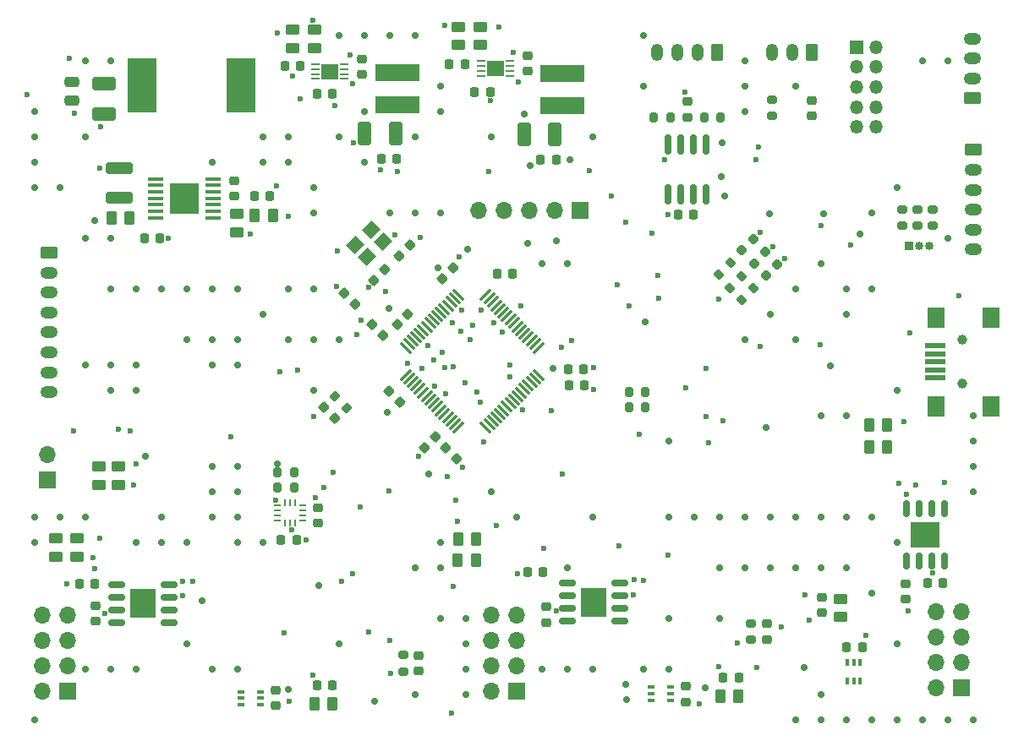
<source format=gts>
G04 #@! TF.GenerationSoftware,KiCad,Pcbnew,8.0.1*
G04 #@! TF.CreationDate,2024-05-07T00:12:20+05:00*
G04 #@! TF.ProjectId,MyVesc,4d795665-7363-42e6-9b69-6361645f7063,rev?*
G04 #@! TF.SameCoordinates,Original*
G04 #@! TF.FileFunction,Soldermask,Top*
G04 #@! TF.FilePolarity,Negative*
%FSLAX46Y46*%
G04 Gerber Fmt 4.6, Leading zero omitted, Abs format (unit mm)*
G04 Created by KiCad (PCBNEW 8.0.1) date 2024-05-07 00:12:20*
%MOMM*%
%LPD*%
G01*
G04 APERTURE LIST*
G04 Aperture macros list*
%AMRoundRect*
0 Rectangle with rounded corners*
0 $1 Rounding radius*
0 $2 $3 $4 $5 $6 $7 $8 $9 X,Y pos of 4 corners*
0 Add a 4 corners polygon primitive as box body*
4,1,4,$2,$3,$4,$5,$6,$7,$8,$9,$2,$3,0*
0 Add four circle primitives for the rounded corners*
1,1,$1+$1,$2,$3*
1,1,$1+$1,$4,$5*
1,1,$1+$1,$6,$7*
1,1,$1+$1,$8,$9*
0 Add four rect primitives between the rounded corners*
20,1,$1+$1,$2,$3,$4,$5,0*
20,1,$1+$1,$4,$5,$6,$7,0*
20,1,$1+$1,$6,$7,$8,$9,0*
20,1,$1+$1,$8,$9,$2,$3,0*%
%AMRotRect*
0 Rectangle, with rotation*
0 The origin of the aperture is its center*
0 $1 length*
0 $2 width*
0 $3 Rotation angle, in degrees counterclockwise*
0 Add horizontal line*
21,1,$1,$2,0,0,$3*%
G04 Aperture macros list end*
%ADD10RoundRect,0.200000X0.275000X-0.200000X0.275000X0.200000X-0.275000X0.200000X-0.275000X-0.200000X0*%
%ADD11RoundRect,0.200000X-0.053033X0.335876X-0.335876X0.053033X0.053033X-0.335876X0.335876X-0.053033X0*%
%ADD12RoundRect,0.250000X-0.450000X0.262500X-0.450000X-0.262500X0.450000X-0.262500X0.450000X0.262500X0*%
%ADD13RoundRect,0.225000X-0.250000X0.225000X-0.250000X-0.225000X0.250000X-0.225000X0.250000X0.225000X0*%
%ADD14RoundRect,0.250000X0.450000X-0.262500X0.450000X0.262500X-0.450000X0.262500X-0.450000X-0.262500X0*%
%ADD15RoundRect,0.225000X0.225000X0.250000X-0.225000X0.250000X-0.225000X-0.250000X0.225000X-0.250000X0*%
%ADD16RoundRect,0.225000X0.250000X-0.225000X0.250000X0.225000X-0.250000X0.225000X-0.250000X-0.225000X0*%
%ADD17RoundRect,0.200000X-0.275000X0.200000X-0.275000X-0.200000X0.275000X-0.200000X0.275000X0.200000X0*%
%ADD18R,0.675000X0.250000*%
%ADD19R,0.250000X0.675000*%
%ADD20RoundRect,0.225000X-0.335876X-0.017678X-0.017678X-0.335876X0.335876X0.017678X0.017678X0.335876X0*%
%ADD21RoundRect,0.225000X-0.225000X-0.250000X0.225000X-0.250000X0.225000X0.250000X-0.225000X0.250000X0*%
%ADD22RoundRect,0.250000X1.100000X-0.325000X1.100000X0.325000X-1.100000X0.325000X-1.100000X-0.325000X0*%
%ADD23RoundRect,0.250000X0.412500X0.925000X-0.412500X0.925000X-0.412500X-0.925000X0.412500X-0.925000X0*%
%ADD24RotRect,1.400000X1.200000X225.000000*%
%ADD25RoundRect,0.150000X-0.675000X-0.150000X0.675000X-0.150000X0.675000X0.150000X-0.675000X0.150000X0*%
%ADD26R,2.650000X3.000000*%
%ADD27RoundRect,0.250000X-0.262500X-0.450000X0.262500X-0.450000X0.262500X0.450000X-0.262500X0.450000X0*%
%ADD28O,0.850000X0.250000*%
%ADD29R,1.800000X1.650000*%
%ADD30RoundRect,0.225000X-0.017678X0.335876X-0.335876X0.017678X0.017678X-0.335876X0.335876X-0.017678X0*%
%ADD31C,1.000000*%
%ADD32R,2.000000X0.500000*%
%ADD33R,1.700000X2.000000*%
%ADD34R,1.700000X1.700000*%
%ADD35O,1.700000X1.700000*%
%ADD36R,3.000000X3.100000*%
%ADD37RoundRect,0.100000X-0.687500X-0.100000X0.687500X-0.100000X0.687500X0.100000X-0.687500X0.100000X0*%
%ADD38RoundRect,0.250000X0.262500X0.450000X-0.262500X0.450000X-0.262500X-0.450000X0.262500X-0.450000X0*%
%ADD39RoundRect,0.075000X-0.548008X0.441942X0.441942X-0.548008X0.548008X-0.441942X-0.441942X0.548008X0*%
%ADD40RoundRect,0.075000X-0.548008X-0.441942X-0.441942X-0.548008X0.548008X0.441942X0.441942X0.548008X0*%
%ADD41RoundRect,0.250000X-0.625000X0.350000X-0.625000X-0.350000X0.625000X-0.350000X0.625000X0.350000X0*%
%ADD42O,1.750000X1.200000*%
%ADD43RoundRect,0.225000X0.017678X-0.335876X0.335876X-0.017678X-0.017678X0.335876X-0.335876X0.017678X0*%
%ADD44RoundRect,0.200000X0.200000X0.275000X-0.200000X0.275000X-0.200000X-0.275000X0.200000X-0.275000X0*%
%ADD45RoundRect,0.218750X-0.026517X0.335876X-0.335876X0.026517X0.026517X-0.335876X0.335876X-0.026517X0*%
%ADD46RoundRect,0.200000X-0.200000X-0.275000X0.200000X-0.275000X0.200000X0.275000X-0.200000X0.275000X0*%
%ADD47RoundRect,0.250000X-0.925000X0.412500X-0.925000X-0.412500X0.925000X-0.412500X0.925000X0.412500X0*%
%ADD48RoundRect,0.100000X0.225000X0.100000X-0.225000X0.100000X-0.225000X-0.100000X0.225000X-0.100000X0*%
%ADD49RoundRect,0.225000X0.335876X0.017678X0.017678X0.335876X-0.335876X-0.017678X-0.017678X-0.335876X0*%
%ADD50RoundRect,0.250000X-0.475000X0.250000X-0.475000X-0.250000X0.475000X-0.250000X0.475000X0.250000X0*%
%ADD51R,4.500000X1.750000*%
%ADD52RoundRect,0.150000X0.150000X-0.825000X0.150000X0.825000X-0.150000X0.825000X-0.150000X-0.825000X0*%
%ADD53RoundRect,0.250000X0.350000X0.625000X-0.350000X0.625000X-0.350000X-0.625000X0.350000X-0.625000X0*%
%ADD54O,1.200000X1.750000*%
%ADD55R,1.350000X1.350000*%
%ADD56O,1.350000X1.350000*%
%ADD57RoundRect,0.150000X0.150000X-0.675000X0.150000X0.675000X-0.150000X0.675000X-0.150000X-0.675000X0*%
%ADD58R,3.000000X2.650000*%
%ADD59RoundRect,0.250000X0.625000X-0.350000X0.625000X0.350000X-0.625000X0.350000X-0.625000X-0.350000X0*%
%ADD60RoundRect,0.200000X0.335876X0.053033X0.053033X0.335876X-0.335876X-0.053033X-0.053033X-0.335876X0*%
%ADD61R,0.850000X0.850000*%
%ADD62O,0.850000X0.850000*%
%ADD63R,2.900000X5.400000*%
%ADD64RoundRect,0.100000X-0.100000X0.225000X-0.100000X-0.225000X0.100000X-0.225000X0.100000X0.225000X0*%
%ADD65C,0.600000*%
%ADD66C,0.700000*%
G04 APERTURE END LIST*
D10*
X294500000Y-105025000D03*
X294500000Y-103375000D03*
D11*
X275300000Y-110100000D03*
X274133274Y-111266726D03*
D12*
X208760419Y-136327500D03*
X208760419Y-138152500D03*
D13*
X282400000Y-92425000D03*
X282400000Y-93975000D03*
X232942501Y-133232498D03*
X232942501Y-134782498D03*
D14*
X230350000Y-87212500D03*
X230350000Y-85387500D03*
D15*
X210585419Y-140890000D03*
X209035419Y-140890000D03*
D16*
X224550000Y-102025000D03*
X224550000Y-100475000D03*
D17*
X241437500Y-148015000D03*
X241437500Y-149665000D03*
D18*
X228870001Y-133012499D03*
X228870001Y-133512499D03*
X228870001Y-134012499D03*
X228870001Y-134512499D03*
D19*
X229632501Y-134774999D03*
X230132501Y-134775000D03*
X230632501Y-134774999D03*
D18*
X231395001Y-134512499D03*
X231395001Y-134012499D03*
X231395001Y-133512499D03*
X231395001Y-133012499D03*
D19*
X230632501Y-132749999D03*
X230132501Y-132749998D03*
X229632501Y-132749999D03*
D20*
X238362114Y-114905368D03*
X239458130Y-116001384D03*
D21*
X248600000Y-91600000D03*
X250150000Y-91600000D03*
D10*
X291400000Y-105025000D03*
X291400000Y-103375000D03*
D22*
X213050000Y-102225000D03*
X213050000Y-99275000D03*
D23*
X240687500Y-95800000D03*
X237612500Y-95800000D03*
D13*
X283350000Y-142225000D03*
X283350000Y-143775000D03*
D21*
X293975000Y-140825000D03*
X295525000Y-140825000D03*
D24*
X238210831Y-105375909D03*
X236655196Y-106931544D03*
X237857277Y-108133625D03*
X239412912Y-106577990D03*
D25*
X257885419Y-140835000D03*
X257885419Y-142105000D03*
X257885419Y-143375000D03*
X257885419Y-144645000D03*
X263135419Y-144645000D03*
X263135419Y-143375000D03*
X263135419Y-142105000D03*
X263135419Y-140835000D03*
D26*
X260510419Y-142740000D03*
D10*
X292950000Y-105025000D03*
X292950000Y-103375000D03*
D20*
X240001992Y-121551992D03*
X241098008Y-122648008D03*
D11*
X276515339Y-111288824D03*
X275348613Y-112455550D03*
D27*
X288100000Y-125000000D03*
X289925000Y-125000000D03*
D28*
X249250000Y-88500000D03*
X249250000Y-89000000D03*
X249250000Y-89500000D03*
X249250000Y-90000000D03*
X252150000Y-90000000D03*
X252150000Y-89500000D03*
X252150000Y-89000000D03*
X252150000Y-88500000D03*
D29*
X250700000Y-89250000D03*
D13*
X253950000Y-87975000D03*
X253950000Y-89525000D03*
X242987500Y-148065000D03*
X242987500Y-149615000D03*
D14*
X224800000Y-105662500D03*
X224800000Y-103837500D03*
D30*
X246423134Y-109213155D03*
X245327118Y-110309171D03*
D31*
X297450000Y-120850000D03*
X297450000Y-116450000D03*
D32*
X294750000Y-120250000D03*
X294750000Y-119450000D03*
X294750000Y-118650000D03*
X294750000Y-117850000D03*
X294750000Y-117050000D03*
D33*
X294850000Y-123100000D03*
X300300000Y-123100000D03*
X294850000Y-114200000D03*
X300300000Y-114200000D03*
D21*
X258025000Y-121025004D03*
X259575000Y-121025004D03*
D13*
X255760419Y-143215000D03*
X255760419Y-144765000D03*
D34*
X259140000Y-103450000D03*
D35*
X256600000Y-103450000D03*
X254060000Y-103450000D03*
X251520000Y-103450000D03*
X248980000Y-103450000D03*
D15*
X270540000Y-103900000D03*
X268990000Y-103900000D03*
D36*
X219550000Y-102250000D03*
D37*
X216687500Y-100300000D03*
X216687500Y-100950000D03*
X216687500Y-101600000D03*
X216687500Y-102250000D03*
X216687500Y-102900000D03*
X216687500Y-103550000D03*
X216687500Y-104200000D03*
X222412500Y-104200000D03*
X222412500Y-103550000D03*
X222412500Y-102900000D03*
X222412500Y-102250000D03*
X222412500Y-101600000D03*
X222412500Y-100950000D03*
X222412500Y-100300000D03*
D38*
X234362500Y-152922498D03*
X232537500Y-152922498D03*
D39*
X246988819Y-111935519D03*
X246635266Y-112289072D03*
X246281713Y-112642625D03*
X245928159Y-112996179D03*
X245574606Y-113349732D03*
X245221052Y-113703286D03*
X244867499Y-114056839D03*
X244513946Y-114410392D03*
X244160392Y-114763946D03*
X243806839Y-115117499D03*
X243453286Y-115471052D03*
X243099732Y-115824606D03*
X242746179Y-116178159D03*
X242392625Y-116531713D03*
X242039072Y-116885266D03*
X241685519Y-117238819D03*
D40*
X241685519Y-119961181D03*
X242039072Y-120314734D03*
X242392625Y-120668287D03*
X242746179Y-121021841D03*
X243099732Y-121375394D03*
X243453286Y-121728948D03*
X243806839Y-122082501D03*
X244160392Y-122436054D03*
X244513946Y-122789608D03*
X244867499Y-123143161D03*
X245221052Y-123496714D03*
X245574606Y-123850268D03*
X245928159Y-124203821D03*
X246281713Y-124557375D03*
X246635266Y-124910928D03*
X246988819Y-125264481D03*
D39*
X249711181Y-125264481D03*
X250064734Y-124910928D03*
X250418287Y-124557375D03*
X250771841Y-124203821D03*
X251125394Y-123850268D03*
X251478948Y-123496714D03*
X251832501Y-123143161D03*
X252186054Y-122789608D03*
X252539608Y-122436054D03*
X252893161Y-122082501D03*
X253246714Y-121728948D03*
X253600268Y-121375394D03*
X253953821Y-121021841D03*
X254307375Y-120668287D03*
X254660928Y-120314734D03*
X255014481Y-119961181D03*
D40*
X255014481Y-117238819D03*
X254660928Y-116885266D03*
X254307375Y-116531713D03*
X253953821Y-116178159D03*
X253600268Y-115824606D03*
X253246714Y-115471052D03*
X252893161Y-115117499D03*
X252539608Y-114763946D03*
X252186054Y-114410392D03*
X251832501Y-114056839D03*
X251478948Y-113703286D03*
X251125394Y-113349732D03*
X250771841Y-112996179D03*
X250418287Y-112642625D03*
X250064734Y-112289072D03*
X249711181Y-111935519D03*
D27*
X246947919Y-136417500D03*
X248772919Y-136417500D03*
X226575000Y-104000000D03*
X228400000Y-104000000D03*
D41*
X206000000Y-107700000D03*
D42*
X206000000Y-109700000D03*
X206000000Y-111700000D03*
X206000000Y-113700000D03*
X206000000Y-115700000D03*
X206000000Y-117700000D03*
X206000000Y-119700000D03*
X206000000Y-121700000D03*
D43*
X241021580Y-108009876D03*
X242117596Y-106913860D03*
D27*
X288112500Y-127150000D03*
X289937500Y-127150000D03*
D44*
X230517501Y-129757500D03*
X228867501Y-129757500D03*
D12*
X206645417Y-136340000D03*
X206645417Y-138165000D03*
D15*
X230767501Y-136507499D03*
X229217501Y-136507499D03*
D45*
X276488824Y-106365592D03*
X275375130Y-107479286D03*
D15*
X252425000Y-109800000D03*
X250875000Y-109800000D03*
D14*
X210950000Y-130962500D03*
X210950000Y-129137500D03*
D46*
X264075000Y-123225000D03*
X265725000Y-123225000D03*
D15*
X255435419Y-139740000D03*
X253885419Y-139740000D03*
D13*
X210625419Y-143065000D03*
X210625419Y-144615000D03*
D41*
X298500000Y-97400000D03*
D42*
X298500000Y-99400000D03*
X298500000Y-101400000D03*
X298500000Y-103400000D03*
X298500000Y-105400000D03*
X298500000Y-107400000D03*
D30*
X244655367Y-126183722D03*
X243559351Y-127279738D03*
D11*
X274210171Y-108700813D03*
X273043445Y-109867539D03*
D47*
X211500000Y-90762500D03*
X211500000Y-93837500D03*
D15*
X240825000Y-98300000D03*
X239275000Y-98300000D03*
X256775000Y-98350000D03*
X255225000Y-98350000D03*
D27*
X273200000Y-152187500D03*
X275025000Y-152187500D03*
D12*
X232600000Y-85387500D03*
X232600000Y-87212500D03*
D13*
X228675000Y-151575000D03*
X228675000Y-153125000D03*
D48*
X227125000Y-153000000D03*
X227125000Y-152350000D03*
X227125000Y-151700000D03*
X225225000Y-151700000D03*
X225225000Y-152350000D03*
X225225000Y-153000000D03*
D49*
X234632129Y-124327569D03*
X233536113Y-123231553D03*
X246776684Y-128340396D03*
X245680668Y-127244380D03*
D21*
X226550000Y-102000000D03*
X228100000Y-102000000D03*
D50*
X208250000Y-90600000D03*
X208250000Y-92500000D03*
D51*
X240850000Y-92925000D03*
X240850000Y-89675000D03*
D46*
X264075000Y-121675000D03*
X265725000Y-121675000D03*
D13*
X291800000Y-140850000D03*
X291800000Y-142400000D03*
D52*
X267990000Y-101850000D03*
X269260000Y-101850000D03*
X270530000Y-101850000D03*
X271800000Y-101850000D03*
X271800000Y-96900000D03*
X270530000Y-96900000D03*
X269260000Y-96900000D03*
X267990000Y-96900000D03*
D53*
X272895000Y-87650000D03*
D54*
X270895000Y-87650000D03*
X268895000Y-87650000D03*
X266895000Y-87650000D03*
D13*
X269762500Y-151162500D03*
X269762500Y-152712500D03*
D46*
X266570000Y-94125000D03*
X268220000Y-94125000D03*
D13*
X277850000Y-144900000D03*
X277850000Y-146450000D03*
D20*
X235508860Y-111773418D03*
X236604876Y-112869434D03*
D55*
X286825000Y-87099999D03*
D56*
X288825001Y-87099999D03*
X286825000Y-89100000D03*
X288825000Y-89099999D03*
X286825000Y-91099999D03*
X288825000Y-91100000D03*
X286825000Y-93099999D03*
X288825000Y-93099999D03*
X286825000Y-95099999D03*
X288825000Y-95099999D03*
D25*
X212750419Y-140935000D03*
X212750419Y-142205000D03*
X212750419Y-143475000D03*
X212750419Y-144745000D03*
X218000419Y-144745000D03*
X218000419Y-143475000D03*
X218000419Y-142205000D03*
X218000419Y-140935000D03*
D26*
X215375419Y-142840000D03*
D27*
X246897919Y-138490000D03*
X248722919Y-138490000D03*
D30*
X241933005Y-113844708D03*
X240836989Y-114940724D03*
D21*
X232825000Y-91800000D03*
X234375000Y-91800000D03*
D15*
X247625000Y-88800000D03*
X246075000Y-88800000D03*
D48*
X268212500Y-152537500D03*
X268212500Y-151887500D03*
X268212500Y-151237500D03*
X266312500Y-151237500D03*
X266312500Y-151887500D03*
X266312500Y-152537500D03*
D57*
X291845000Y-138575000D03*
X293115000Y-138575000D03*
X294385000Y-138575000D03*
X295655000Y-138575000D03*
X295655000Y-133325000D03*
X294385000Y-133325000D03*
X293115000Y-133325000D03*
X291845000Y-133325000D03*
D58*
X293750000Y-135950000D03*
D21*
X215525000Y-106250000D03*
X217075000Y-106250000D03*
X285856250Y-147237500D03*
X287406250Y-147237500D03*
D59*
X298450000Y-92250000D03*
D42*
X298450000Y-90249999D03*
X298450000Y-88250000D03*
X298450000Y-86250000D03*
D14*
X212950001Y-130962500D03*
X212950001Y-129137500D03*
D60*
X235763498Y-123266907D03*
X234596772Y-122100181D03*
D53*
X282400000Y-87650000D03*
D54*
X280400000Y-87650000D03*
X278400000Y-87650000D03*
D14*
X285250000Y-144212500D03*
X285250000Y-142387500D03*
D16*
X269895000Y-94125000D03*
X269895000Y-92575000D03*
D34*
X205850000Y-130440000D03*
D35*
X205850000Y-127900000D03*
D13*
X237350000Y-88275000D03*
X237350000Y-89825000D03*
D38*
X214050000Y-104250000D03*
X212225000Y-104250000D03*
D61*
X292100000Y-107000000D03*
D62*
X293100000Y-107000000D03*
X294100000Y-107000000D03*
D10*
X278400000Y-94025000D03*
X278400000Y-92375000D03*
D45*
X278901825Y-108902338D03*
X277788131Y-110016032D03*
D23*
X256637500Y-95850000D03*
X253562500Y-95850000D03*
D46*
X271570000Y-94125000D03*
X273220000Y-94125000D03*
D14*
X246950000Y-86912500D03*
X246950000Y-85087500D03*
D15*
X259525000Y-119425000D03*
X257975000Y-119425000D03*
D12*
X249200000Y-85087500D03*
X249200000Y-86912500D03*
D30*
X239642721Y-109388738D03*
X238546705Y-110484754D03*
D17*
X276275000Y-144850000D03*
X276275000Y-146500000D03*
D45*
X277748356Y-107651642D03*
X276634662Y-108765336D03*
D15*
X275062500Y-150327500D03*
X273512500Y-150327500D03*
D46*
X228867501Y-131257498D03*
X230517501Y-131257498D03*
D51*
X257400000Y-92975000D03*
X257400000Y-89725000D03*
D15*
X234400000Y-151050000D03*
X232850000Y-151050000D03*
D28*
X232650000Y-88800000D03*
X232650000Y-89300000D03*
X232650000Y-89800000D03*
X232650000Y-90300000D03*
X235550000Y-90300000D03*
X235550000Y-89800000D03*
X235550000Y-89300000D03*
X235550000Y-88800000D03*
D29*
X234100000Y-89550000D03*
D63*
X215350000Y-90900000D03*
X225250000Y-90900000D03*
D15*
X231125000Y-89000000D03*
X229575000Y-89000000D03*
D64*
X287231250Y-148737500D03*
X286581250Y-148737500D03*
X285931250Y-148737500D03*
X285931250Y-150637500D03*
X286581250Y-150637500D03*
X287231250Y-150637500D03*
D34*
X297310419Y-151280000D03*
D35*
X294770419Y-151280000D03*
X297310419Y-148740000D03*
X294770419Y-148740000D03*
X297310419Y-146200000D03*
X294770419Y-146200000D03*
X297310419Y-143660000D03*
X294770419Y-143660000D03*
D34*
X252800419Y-151630000D03*
D35*
X250260419Y-151630000D03*
X252800419Y-149090000D03*
X250260419Y-149090000D03*
X252800419Y-146550000D03*
X250260419Y-146550000D03*
X252800419Y-144010000D03*
X250260419Y-144010000D03*
D34*
X207850419Y-151630000D03*
D35*
X205310419Y-151630000D03*
X207850419Y-149090000D03*
X205310419Y-149090000D03*
X207850419Y-146550000D03*
X205310419Y-146550000D03*
X207850419Y-144010000D03*
X205310419Y-144010000D03*
D65*
X253200000Y-113000000D03*
X262900000Y-110900000D03*
X252885419Y-139915000D03*
X292150000Y-115750000D03*
D66*
X212135000Y-111340000D03*
X222295000Y-134200000D03*
X212135000Y-149440000D03*
X280715000Y-154520000D03*
X219755000Y-146900000D03*
X285795000Y-124040000D03*
D65*
X217950000Y-106300000D03*
X219375419Y-142090000D03*
D66*
X290875000Y-146900000D03*
X234995000Y-146900000D03*
X242615000Y-139280000D03*
X247695000Y-146900000D03*
X222295000Y-98640000D03*
D65*
X240200000Y-149900000D03*
D66*
X222295000Y-111340000D03*
X273095000Y-139280000D03*
X298495000Y-131660000D03*
X283255000Y-151980000D03*
X229915000Y-98640000D03*
X290875000Y-121500000D03*
X293415000Y-154520000D03*
D65*
X211050000Y-99200000D03*
D66*
X214675000Y-111340000D03*
X209595000Y-106260000D03*
D65*
X242975986Y-128075232D03*
D66*
X204515000Y-101180000D03*
X252775000Y-134200000D03*
X245155000Y-91020000D03*
X290875000Y-154520000D03*
D65*
X232692501Y-132257500D03*
D66*
X232455000Y-101180000D03*
D65*
X207800419Y-140890000D03*
D66*
X260395000Y-149440000D03*
X275635000Y-93560000D03*
D65*
X267950000Y-103900000D03*
D66*
X219755000Y-136740000D03*
D65*
X211150000Y-95100000D03*
D66*
X293415000Y-88480000D03*
X280715000Y-116420000D03*
X257855000Y-108800000D03*
X245155000Y-139280000D03*
X273095000Y-144360000D03*
X204515000Y-93560000D03*
X229915000Y-96100000D03*
X288335000Y-111340000D03*
X288335000Y-141820000D03*
X245155000Y-93560000D03*
D65*
X273012500Y-149187500D03*
D66*
X217215000Y-136740000D03*
X214675000Y-149440000D03*
D65*
X234650000Y-92975000D03*
D66*
X273095000Y-134200000D03*
D65*
X287800000Y-146050000D03*
D66*
X237535000Y-85940000D03*
X219755000Y-116420000D03*
X253550000Y-93800000D03*
X275635000Y-91020000D03*
X242615000Y-96100000D03*
X209595000Y-88480000D03*
X285795000Y-154520000D03*
X275635000Y-134200000D03*
X224835000Y-149440000D03*
X280715000Y-91020000D03*
X232455000Y-116420000D03*
D65*
X292000000Y-143600000D03*
X279635448Y-108310136D03*
D66*
X268015000Y-134200000D03*
X237535000Y-98640000D03*
X224835000Y-136740000D03*
X288335000Y-154520000D03*
D65*
X234784072Y-111048635D03*
X252950000Y-90600000D03*
D66*
X209595000Y-134200000D03*
X209595000Y-118960000D03*
X209595000Y-96100000D03*
D65*
X228850000Y-85700000D03*
X238000000Y-111200000D03*
D66*
X295955000Y-154520000D03*
D65*
X243925000Y-117025000D03*
D66*
X224835000Y-131660000D03*
X214675000Y-121500000D03*
X227375000Y-98640000D03*
X222295000Y-116420000D03*
X204515000Y-98640000D03*
X260395000Y-134200000D03*
X234995000Y-116420000D03*
X268015000Y-126580000D03*
D65*
X226150000Y-105800000D03*
X292750000Y-130950000D03*
D66*
X224835000Y-134200000D03*
X212135000Y-118960000D03*
X238550000Y-152650000D03*
X214675000Y-136740000D03*
D65*
X249275000Y-113425000D03*
X247100000Y-108100000D03*
X250750000Y-135050000D03*
D66*
X283255000Y-154520000D03*
D65*
X291600000Y-124600000D03*
X232493425Y-124154028D03*
X277213608Y-105640808D03*
D66*
X283255000Y-134200000D03*
X232455000Y-111340000D03*
D65*
X208550000Y-93700000D03*
X260550001Y-119225002D03*
D66*
X247695000Y-151980000D03*
X212135000Y-121500000D03*
X204515000Y-136740000D03*
D65*
X252450000Y-87600000D03*
D66*
X265475000Y-85940000D03*
X245155000Y-103720000D03*
X227375000Y-96100000D03*
X245155000Y-144360000D03*
X283255000Y-139280000D03*
X240075000Y-103720000D03*
D65*
X237200000Y-114450000D03*
D66*
X217215000Y-111340000D03*
X240075000Y-85940000D03*
X224835000Y-116420000D03*
X242615000Y-103720000D03*
D65*
X228692500Y-132507498D03*
D66*
X295955000Y-88480000D03*
X278175000Y-139280000D03*
X283255000Y-108800000D03*
X275635000Y-139280000D03*
X237535000Y-93560000D03*
X222295000Y-131660000D03*
D65*
X210360419Y-138290000D03*
D66*
X265475000Y-91020000D03*
X298495000Y-124040000D03*
D65*
X269645000Y-91625000D03*
D66*
X255315000Y-108800000D03*
X204515000Y-134200000D03*
X288335000Y-103720000D03*
X207055000Y-101180000D03*
D65*
X264510419Y-141990000D03*
X271062500Y-152937500D03*
D66*
X247695000Y-149440000D03*
X260395000Y-96100000D03*
X285795000Y-113880000D03*
X217215000Y-134200000D03*
X295955000Y-106260000D03*
X257855000Y-139280000D03*
X232455000Y-121500000D03*
X298495000Y-126580000D03*
D65*
X243150000Y-106150000D03*
X214450000Y-131000000D03*
D66*
X275635000Y-88480000D03*
D65*
X231692501Y-136507499D03*
D66*
X257855000Y-149440000D03*
X288335000Y-134200000D03*
D65*
X240650000Y-105900000D03*
D66*
X270555000Y-134200000D03*
X268015000Y-149440000D03*
X204515000Y-154520000D03*
X229915000Y-116420000D03*
D65*
X267645000Y-98375000D03*
D66*
X275635000Y-116420000D03*
X242615000Y-85940000D03*
X280715000Y-139280000D03*
X204515000Y-96100000D03*
D65*
X232425000Y-150010000D03*
X236150000Y-87900000D03*
D66*
X234995000Y-96100000D03*
D65*
X228750000Y-101000000D03*
D66*
X247695000Y-144360000D03*
X212135000Y-106260000D03*
D65*
X234900000Y-107500000D03*
D66*
X285795000Y-139280000D03*
X207055000Y-134200000D03*
X227375000Y-113880000D03*
X222295000Y-129120000D03*
X250235000Y-131660000D03*
X255315000Y-149440000D03*
X265475000Y-149440000D03*
X232455000Y-103720000D03*
X278175000Y-134200000D03*
X242615000Y-151980000D03*
X280715000Y-134200000D03*
D65*
X278473141Y-107068280D03*
X236450000Y-96700000D03*
X250518037Y-114750000D03*
D66*
X224835000Y-118960000D03*
D65*
X282100000Y-144500000D03*
X260550000Y-121425001D03*
X230350000Y-90000000D03*
D66*
X224835000Y-129120000D03*
X219755000Y-111340000D03*
X222295000Y-118960000D03*
D65*
X245650000Y-84900000D03*
D66*
X298495000Y-129120000D03*
X254175000Y-98975000D03*
X268015000Y-144360000D03*
D65*
X241915329Y-118812130D03*
D66*
X250235000Y-96100000D03*
X285795000Y-111340000D03*
D65*
X230075000Y-152700000D03*
X250225000Y-92500000D03*
D66*
X290875000Y-136740000D03*
X278175000Y-113880000D03*
X214675000Y-118960000D03*
X245155000Y-136740000D03*
D65*
X236350000Y-90800000D03*
D66*
X209595000Y-149440000D03*
X229915000Y-111340000D03*
D65*
X247360050Y-129206603D03*
D66*
X285795000Y-134200000D03*
X224835000Y-111340000D03*
X234995000Y-85940000D03*
X298495000Y-154520000D03*
D65*
X239150000Y-99400000D03*
D66*
X290875000Y-101180000D03*
X283255000Y-124040000D03*
D65*
X230282501Y-135507500D03*
X274900000Y-146850000D03*
D66*
X212135000Y-88480000D03*
X227375000Y-136740000D03*
X280715000Y-111340000D03*
X222295000Y-149440000D03*
D65*
X286250000Y-106950000D03*
X262275000Y-102050000D03*
X263725000Y-104650000D03*
X283325000Y-105000000D03*
X232450000Y-84400000D03*
X260125000Y-99525000D03*
X266325000Y-105725000D03*
X240850000Y-99600000D03*
X250000000Y-99575000D03*
X297075000Y-112000000D03*
D66*
X278150000Y-103850000D03*
X240050000Y-113300000D03*
X281600000Y-149250000D03*
X273275000Y-100050000D03*
X232975000Y-141025000D03*
X247900000Y-107375000D03*
X265725000Y-114650000D03*
X253900000Y-106750000D03*
X221325000Y-142600000D03*
X239875000Y-123725000D03*
X256475000Y-119275000D03*
X229914581Y-151435000D03*
X244050000Y-129850000D03*
X273675000Y-102000000D03*
X256800000Y-106475000D03*
X271677081Y-151322500D03*
X287150000Y-105850000D03*
X228867501Y-128900000D03*
X283525000Y-103850000D03*
D65*
X251050000Y-85100000D03*
D66*
X244900000Y-109225000D03*
X215625000Y-128100000D03*
X273400000Y-96700000D03*
X258150000Y-98400000D03*
D65*
X239700000Y-111600000D03*
X229950000Y-104100000D03*
X208050000Y-88200000D03*
X246500000Y-141150000D03*
X210575000Y-139350000D03*
X238000000Y-145750000D03*
X255500000Y-137300000D03*
X263050000Y-137100000D03*
X231150000Y-92300000D03*
X203825000Y-91850000D03*
X244551904Y-118478858D03*
X211100000Y-136327500D03*
X246900000Y-134650000D03*
X245634620Y-119234620D03*
X236800000Y-115885787D03*
X272000000Y-126750000D03*
D66*
X210600000Y-104500000D03*
D65*
X246400000Y-114750000D03*
X229500000Y-145800000D03*
X247250000Y-115600000D03*
X276852081Y-149297500D03*
X248150000Y-116400000D03*
X281700000Y-142000000D03*
X235250000Y-140650000D03*
X240150000Y-146600000D03*
X246300000Y-153850000D03*
X279350000Y-145250000D03*
X236400000Y-139900000D03*
D66*
X284200000Y-119075000D03*
X277775000Y-125200000D03*
D65*
X271750000Y-124150000D03*
X277200000Y-117100000D03*
X273500000Y-124525000D03*
X283250000Y-116900000D03*
X214100000Y-125600000D03*
X243350000Y-119300000D03*
X246450000Y-119100000D03*
X230900000Y-119462130D03*
X247625000Y-120700000D03*
X208450000Y-125550000D03*
X212900000Y-125400000D03*
X244600000Y-121075000D03*
X245725000Y-121825000D03*
X229100000Y-119600000D03*
X224200000Y-126200000D03*
X211560419Y-143840000D03*
X256760419Y-143640000D03*
X294500000Y-139750000D03*
X219410419Y-140640000D03*
X220360419Y-140640000D03*
X265510419Y-140590000D03*
X264560419Y-140490000D03*
X291100000Y-130850000D03*
X291850000Y-131950000D03*
X265125000Y-125925000D03*
X249475000Y-126650000D03*
X257356131Y-129868869D03*
X271775000Y-119275000D03*
X269775000Y-121275000D03*
X252150000Y-120175000D03*
X245875000Y-130100000D03*
X248850000Y-121700000D03*
X240025000Y-131575000D03*
X233528222Y-131257498D03*
X257325000Y-117200000D03*
X267000000Y-112250000D03*
X264050000Y-113000000D03*
X234467503Y-129757500D03*
X237150000Y-133175000D03*
X276750000Y-98350000D03*
X277050000Y-97100000D03*
X247350000Y-113450000D03*
X248450000Y-115000000D03*
X252100000Y-119000000D03*
X266950000Y-110000000D03*
X273075000Y-112325000D03*
X258325000Y-116550000D03*
X251400000Y-115630760D03*
X214700000Y-128900000D03*
X245340381Y-117690381D03*
X246700000Y-132500000D03*
X249200000Y-122700000D03*
X256300000Y-123550000D03*
X295650000Y-130750000D03*
X268000000Y-138000000D03*
X253450000Y-123450000D03*
D66*
X263850000Y-152450000D03*
X263750000Y-150975000D03*
M02*

</source>
